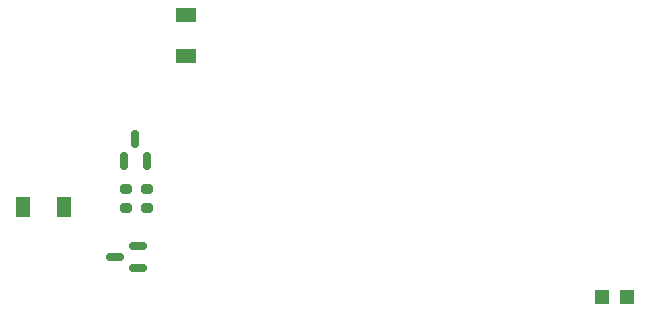
<source format=gbr>
%TF.GenerationSoftware,KiCad,Pcbnew,(6.0.1)*%
%TF.CreationDate,2022-11-29T11:44:29-05:00*%
%TF.ProjectId,pacman_side_2,7061636d-616e-45f7-9369-64655f322e6b,rev?*%
%TF.SameCoordinates,Original*%
%TF.FileFunction,Paste,Bot*%
%TF.FilePolarity,Positive*%
%FSLAX46Y46*%
G04 Gerber Fmt 4.6, Leading zero omitted, Abs format (unit mm)*
G04 Created by KiCad (PCBNEW (6.0.1)) date 2022-11-29 11:44:29*
%MOMM*%
%LPD*%
G01*
G04 APERTURE LIST*
G04 Aperture macros list*
%AMRoundRect*
0 Rectangle with rounded corners*
0 $1 Rounding radius*
0 $2 $3 $4 $5 $6 $7 $8 $9 X,Y pos of 4 corners*
0 Add a 4 corners polygon primitive as box body*
4,1,4,$2,$3,$4,$5,$6,$7,$8,$9,$2,$3,0*
0 Add four circle primitives for the rounded corners*
1,1,$1+$1,$2,$3*
1,1,$1+$1,$4,$5*
1,1,$1+$1,$6,$7*
1,1,$1+$1,$8,$9*
0 Add four rect primitives between the rounded corners*
20,1,$1+$1,$2,$3,$4,$5,0*
20,1,$1+$1,$4,$5,$6,$7,0*
20,1,$1+$1,$6,$7,$8,$9,0*
20,1,$1+$1,$8,$9,$2,$3,0*%
G04 Aperture macros list end*
%ADD10RoundRect,0.150000X0.150000X-0.587500X0.150000X0.587500X-0.150000X0.587500X-0.150000X-0.587500X0*%
%ADD11R,1.700000X1.300000*%
%ADD12R,1.200000X1.200000*%
%ADD13RoundRect,0.200000X-0.275000X0.200000X-0.275000X-0.200000X0.275000X-0.200000X0.275000X0.200000X0*%
%ADD14R,1.300000X1.700000*%
%ADD15RoundRect,0.150000X0.587500X0.150000X-0.587500X0.150000X-0.587500X-0.150000X0.587500X-0.150000X0*%
G04 APERTURE END LIST*
D10*
%TO.C,Q2*%
X123515000Y-83956310D03*
X121615000Y-83956310D03*
X122565000Y-82081310D03*
%TD*%
D11*
%TO.C,D3*%
X126815000Y-71561000D03*
X126815000Y-75061000D03*
%TD*%
D12*
%TO.C,D1*%
X162115000Y-95504000D03*
X164215000Y-95504000D03*
%TD*%
D13*
%TO.C,R5*%
X123513000Y-86302000D03*
X123513000Y-87952000D03*
%TD*%
D14*
%TO.C,D4*%
X113065000Y-87811000D03*
X116565000Y-87811000D03*
%TD*%
D15*
%TO.C,D5*%
X122752500Y-91111000D03*
X122752500Y-93011000D03*
X120877500Y-92061000D03*
%TD*%
D13*
%TO.C,R6*%
X121763000Y-86302000D03*
X121763000Y-87952000D03*
%TD*%
M02*

</source>
